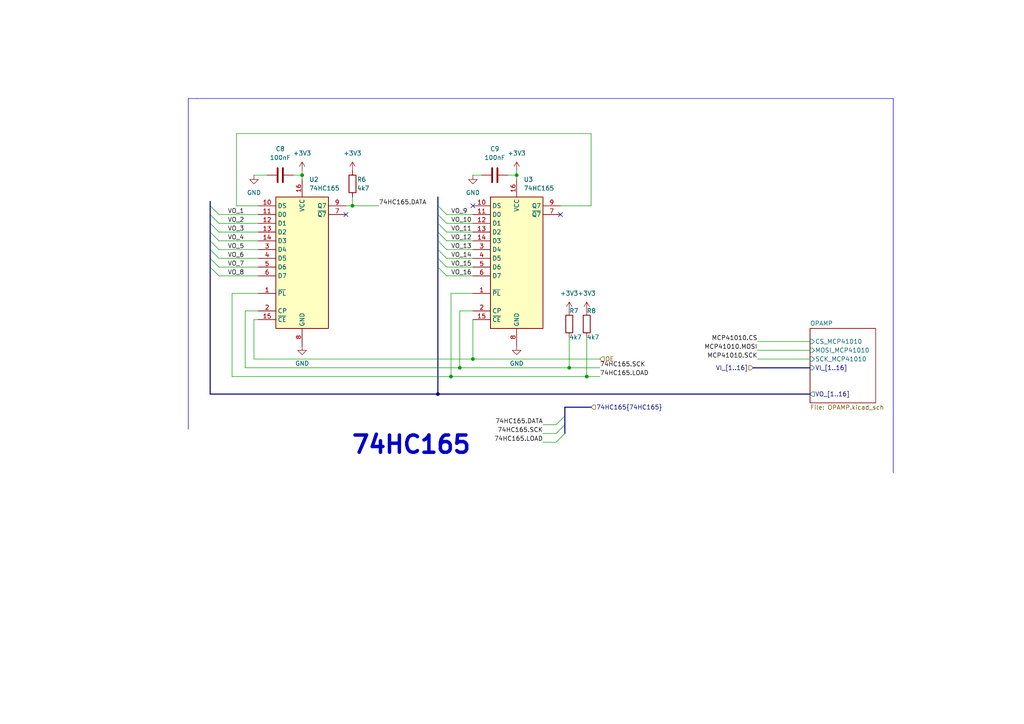
<source format=kicad_sch>
(kicad_sch (version 20231120) (generator "eeschema") (generator_version "8.0")
  (paper "A4")
  (lib_symbols
    (symbol "74xx:74HC165"
      (property "Reference" "U" (at -7.62 19.05 0))
      (property "Value" "74HC165" (at -7.62 -21.59 0))
      (symbol "74HC165_1_0"
        (pin input line (at -12.7 -10.16 0) (length 5.08) (name "~{PL}") (number "1"))
        (pin input line (at -12.7 15.24 0) (length 5.08) (name "DS") (number "10"))
        (pin input line (at -12.7 12.7 0) (length 5.08) (name "D0") (number "11"))
        (pin input line (at -12.7 10.16 0) (length 5.08) (name "D1") (number "12"))
        (pin input line (at -12.7 7.62 0) (length 5.08) (name "D2") (number "13"))
        (pin input line (at -12.7 5.08 0) (length 5.08) (name "D3") (number "14"))
        (pin input line (at -12.7 -17.78 0) (length 5.08) (name "~{CE}") (number "15"))
        (pin power_in line (at 0 22.86 270) (length 5.08) (name "VCC") (number "16"))
        (pin input line (at -12.7 -15.24 0) (length 5.08) (name "CP") (number "2"))
        (pin input line (at -12.7 2.54 0) (length 5.08) (name "D4") (number "3"))
        (pin input line (at -12.7 0 0) (length 5.08) (name "D5") (number "4"))
        (pin input line (at -12.7 -2.54 0) (length 5.08) (name "D6") (number "5"))
        (pin input line (at -12.7 -5.08 0) (length 5.08) (name "D7") (number "6"))
        (pin output line (at 12.7 12.7 180) (length 5.08) (name "~{Q7}") (number "7"))
        (pin power_in line (at 0 -25.4 90) (length 5.08) (name "GND") (number "8"))
        (pin output line (at 12.7 15.24 180) (length 5.08) (name "Q7") (number "9"))
      )
      (symbol "74HC165_1_1"
        (rectangle (start -7.62 17.78) (end 7.62 -20.32) (stroke (width 0.254)) (fill (type background)))
      )
    )
    (symbol "Device:C" (pin_numbers hide) (pin_names (offset 0.254))
      (property "Reference" "C" (at 0.635 2.54 0))
      (property "Value" "C" (at 0.635 -2.54 0))
      (symbol "C_0_1"
        (polyline (pts (xy -2.032 -0.762) (xy 2.032 -0.762)) (stroke (width 0.508)))
        (polyline (pts (xy -2.032 0.762) (xy 2.032 0.762)) (stroke (width 0.508)))
      )
      (symbol "C_1_1"
        (pin passive line (at 0 3.81 270) (length 2.794) (name "~") (number "1"))
        (pin passive line (at 0 -3.81 90) (length 2.794) (name "~") (number "2"))
      )
    )
    (symbol "Device:R" (pin_numbers hide) (pin_names (offset 0))
      (property "Reference" "R" (at 2.032 0 90))
      (property "Value" "R" (at 0 0 90))
      (symbol "R_0_1"
        (rectangle (start -1.016 -2.54) (end 1.016 2.54) (stroke (width 0.254)))
      )
      (symbol "R_1_1"
        (pin passive line (at 0 3.81 270) (length 1.27) (name "~") (number "1"))
        (pin passive line (at 0 -3.81 90) (length 1.27) (name "~") (number "2"))
      )
    )
    (symbol "power:+3V3" (power) (pin_names (offset 0))
      (property "Value" "+3V3" (at 0 3.556 0))
      (symbol "+3V3_0_1"
        (polyline (pts (xy -0.762 1.27) (xy 0 2.54)))
        (polyline (pts (xy 0 0) (xy 0 2.54)))
        (polyline (pts (xy 0 2.54) (xy 0.762 1.27)))
      )
      (symbol "+3V3_1_1"
        (pin power_in line (at 0 0 90) (length 0) hide (name "+3V3") (number "1"))
      )
    )
    (symbol "power:GND" (power) (pin_names (offset 0))
      (property "Value" "GND" (at 0 -3.81 0))
      (symbol "GND_0_1"
        (polyline (pts (xy 0 0) (xy 0 -1.27) (xy 1.27 -1.27) (xy 0 -2.54) (xy -1.27 -1.27) (xy 0 -1.27)))
      )
      (symbol "GND_1_1"
        (pin power_in line (at 0 0 270) (length 0) hide (name "GND") (number "1"))
      )
    )
  )
  (bus_alias "74HC165" (members "DATA" "SCK" "LOAD"))
  (junction (at 130.81 109.22))
  (junction (at 133.35 106.68))
  (junction (at 137.16 104.14))
  (junction (at 127 114.3))
  (junction (at 87.63 50.8))
  (junction (at 102.235 59.69))
  (junction (at 165.1 106.68))
  (junction (at 149.86 50.8))
  (junction (at 170.18 109.22))
  (no_connect (at 100.33 62.23))
  (no_connect (at 137.16 59.69))
  (no_connect (at 162.56 62.23))
  (bus_entry (at 127 69.85) (size 2.54 2.54))
  (bus_entry (at 161.29 125.73) (size 2.54 -2.54))
  (bus_entry (at 127 72.39) (size 2.54 2.54))
  (bus_entry (at 127 67.31) (size 2.54 2.54))
  (bus_entry (at 127 64.77) (size 2.54 2.54))
  (bus_entry (at 127 62.23) (size 2.54 2.54))
  (bus_entry (at 60.96 59.69) (size 2.54 2.54))
  (bus_entry (at 60.96 74.93) (size 2.54 2.54))
  (bus_entry (at 161.29 128.27) (size 2.54 -2.54))
  (bus_entry (at 161.29 123.19) (size 2.54 -2.54))
  (bus_entry (at 60.96 64.77) (size 2.54 2.54))
  (bus_entry (at 60.96 72.39) (size 2.54 2.54))
  (bus_entry (at 127 74.93) (size 2.54 2.54))
  (bus_entry (at 127 77.47) (size 2.54 2.54))
  (bus_entry (at 60.96 67.31) (size 2.54 2.54))
  (bus_entry (at 127 59.69) (size 2.54 2.54))
  (bus_entry (at 60.96 69.85) (size 2.54 2.54))
  (bus_entry (at 60.96 77.47) (size 2.54 2.54))
  (bus_entry (at 60.96 62.23) (size 2.54 2.54))
  (wire (pts (xy 129.54 62.23) (xy 137.16 62.23)))
  (bus (pts (xy 60.96 67.31) (xy 60.96 69.85)))
  (bus (pts (xy 163.83 125.73) (xy 163.83 123.19)))
  (bus (pts (xy 127 77.47) (xy 127 114.3)))
  (wire (pts (xy 171.45 59.69) (xy 171.45 38.735)))
  (wire (pts (xy 68.58 59.69) (xy 74.93 59.69)))
  (wire (pts (xy 165.1 97.79) (xy 165.1 106.68)))
  (wire (pts (xy 129.54 74.93) (xy 137.16 74.93)))
  (wire (pts (xy 161.29 123.19) (xy 157.48 123.19)))
  (bus (pts (xy 60.96 62.23) (xy 60.96 64.77)))
  (wire (pts (xy 102.235 57.15) (xy 102.235 59.69)))
  (bus (pts (xy 127 72.39) (xy 127 74.93)))
  (wire (pts (xy 219.71 104.14) (xy 234.95 104.14)))
  (wire (pts (xy 129.54 67.31) (xy 137.16 67.31)))
  (wire (pts (xy 100.33 59.69) (xy 102.235 59.69)))
  (bus (pts (xy 60.96 72.39) (xy 60.96 74.93)))
  (wire (pts (xy 85.09 50.8) (xy 87.63 50.8)))
  (wire (pts (xy 161.29 125.73) (xy 157.48 125.73)))
  (bus (pts (xy 127 69.85) (xy 127 72.39)))
  (bus (pts (xy 127 59.69) (xy 127 62.23)))
  (wire (pts (xy 63.5 74.93) (xy 74.93 74.93)))
  (bus (pts (xy 163.83 120.65) (xy 163.83 118.11)))
  (wire (pts (xy 63.5 62.23) (xy 74.93 62.23)))
  (wire (pts (xy 137.16 85.09) (xy 130.81 85.09)))
  (polyline (pts (xy 57.15 28.575) (xy 259.08 28.575)))
  (wire (pts (xy 129.54 72.39) (xy 137.16 72.39)))
  (wire (pts (xy 74.93 92.71) (xy 73.66 92.71)))
  (wire (pts (xy 87.63 50.8) (xy 87.63 52.07)))
  (bus (pts (xy 60.96 114.3) (xy 127 114.3)))
  (wire (pts (xy 63.5 80.01) (xy 74.93 80.01)))
  (bus (pts (xy 60.96 64.77) (xy 60.96 67.31)))
  (wire (pts (xy 68.58 38.735) (xy 68.58 59.69)))
  (wire (pts (xy 73.66 104.14) (xy 137.16 104.14)))
  (wire (pts (xy 219.71 99.06) (xy 234.95 99.06)))
  (wire (pts (xy 133.35 90.17) (xy 133.35 106.68)))
  (wire (pts (xy 129.54 69.85) (xy 137.16 69.85)))
  (polyline (pts (xy 54.61 124.46) (xy 54.61 28.575)))
  (wire (pts (xy 170.18 97.79) (xy 170.18 109.22)))
  (wire (pts (xy 149.86 50.8) (xy 149.86 52.07)))
  (polyline (pts (xy 54.61 28.575) (xy 57.15 28.575)))
  (wire (pts (xy 67.31 109.22) (xy 130.81 109.22)))
  (wire (pts (xy 74.93 90.17) (xy 71.12 90.17)))
  (wire (pts (xy 133.35 106.68) (xy 165.1 106.68)))
  (wire (pts (xy 129.54 64.77) (xy 137.16 64.77)))
  (wire (pts (xy 137.16 90.17) (xy 133.35 90.17)))
  (bus (pts (xy 218.44 106.68) (xy 234.95 106.68)))
  (wire (pts (xy 137.16 104.14) (xy 173.99 104.14)))
  (wire (pts (xy 63.5 77.47) (xy 74.93 77.47)))
  (bus (pts (xy 127 74.93) (xy 127 77.47)))
  (bus (pts (xy 127 67.31) (xy 127 69.85)))
  (wire (pts (xy 67.31 85.09) (xy 67.31 109.22)))
  (wire (pts (xy 161.29 128.27) (xy 157.48 128.27)))
  (wire (pts (xy 171.45 38.735) (xy 68.58 38.735)))
  (wire (pts (xy 71.12 106.68) (xy 133.35 106.68)))
  (wire (pts (xy 130.81 109.22) (xy 170.18 109.22)))
  (wire (pts (xy 102.235 59.69) (xy 109.855 59.69)))
  (wire (pts (xy 149.86 49.53) (xy 149.86 50.8)))
  (bus (pts (xy 60.96 77.47) (xy 60.96 114.3)))
  (wire (pts (xy 74.93 85.09) (xy 67.31 85.09)))
  (wire (pts (xy 129.54 80.01) (xy 137.16 80.01)))
  (bus (pts (xy 60.96 69.85) (xy 60.96 72.39)))
  (wire (pts (xy 73.66 92.71) (xy 73.66 104.14)))
  (bus (pts (xy 60.96 58.42) (xy 60.96 59.69)))
  (wire (pts (xy 137.16 92.71) (xy 137.16 104.14)))
  (bus (pts (xy 163.83 123.19) (xy 163.83 120.65)))
  (wire (pts (xy 129.54 77.47) (xy 137.16 77.47)))
  (wire (pts (xy 170.18 109.22) (xy 173.99 109.22)))
  (bus (pts (xy 163.83 118.11) (xy 171.45 118.11)))
  (bus (pts (xy 127 57.15) (xy 127 59.69)))
  (wire (pts (xy 63.5 64.77) (xy 74.93 64.77)))
  (wire (pts (xy 137.16 50.8) (xy 139.7 50.8)))
  (bus (pts (xy 60.96 59.69) (xy 60.96 62.23)))
  (wire (pts (xy 63.5 72.39) (xy 74.93 72.39)))
  (bus (pts (xy 127 64.77) (xy 127 67.31)))
  (wire (pts (xy 73.66 50.8) (xy 77.47 50.8)))
  (wire (pts (xy 63.5 69.85) (xy 74.93 69.85)))
  (wire (pts (xy 219.71 101.6) (xy 234.95 101.6)))
  (bus (pts (xy 60.96 74.93) (xy 60.96 77.47)))
  (bus (pts (xy 127 62.23) (xy 127 64.77)))
  (wire (pts (xy 162.56 59.69) (xy 171.45 59.69)))
  (polyline (pts (xy 259.08 28.575) (xy 259.08 137.16)))
  (wire (pts (xy 147.32 50.8) (xy 149.86 50.8)))
  (wire (pts (xy 71.12 90.17) (xy 71.12 106.68)))
  (bus (pts (xy 127 114.3) (xy 234.95 114.3)))
  (wire (pts (xy 87.63 49.53) (xy 87.63 50.8)))
  (wire (pts (xy 130.81 85.09) (xy 130.81 109.22)))
  (wire (pts (xy 165.1 106.68) (xy 173.99 106.68)))
  (wire (pts (xy 63.5 67.31) (xy 74.93 67.31)))
  (text "74HC165\n" (at 101.6 132.08 0) (effects (font (size 5 5) (thickness 1) (bold yes)) (justify left bottom)))
  (label "VO_1" (at 66.04 62.23 0))
  (label "74HC165.SCK" (at 173.99 106.68 0))
  (label "74HC165.DATA" (at 109.855 59.69 0))
  (label "VO_8" (at 66.04 80.01 0))
  (label "VO_3" (at 66.04 67.31 0))
  (label "VO_9" (at 130.81 62.23 0))
  (label "VO_12" (at 130.81 69.85 0))
  (label "VO_15" (at 130.81 77.47 0))
  (label "VO_16" (at 130.81 80.01 0))
  (label "MCP41010.CS" (at 219.71 99.06 180))
  (label "VO_5" (at 66.04 72.39 0))
  (label "MCP41010.SCK" (at 219.71 104.14 180))
  (label "VO_2" (at 66.04 64.77 0))
  (label "74HC165.SCK" (at 157.48 125.73 180))
  (label "VO_6" (at 66.04 74.93 0))
  (label "VO_13" (at 130.81 72.39 0))
  (label "74HC165.LOAD" (at 157.48 128.27 180))
  (label "MCP41010.MOSI" (at 219.71 101.6 180))
  (label "74HC165.LOAD" (at 173.99 109.22 0))
  (label "VO_11" (at 130.81 67.31 0))
  (label "74HC165.DATA" (at 157.48 123.19 180))
  (label "VO_7" (at 66.04 77.47 0))
  (label "VO_10" (at 130.81 64.77 0))
  (label "VO_14" (at 130.81 74.93 0))
  (label "VO_4" (at 66.04 69.85 0))
  (hierarchical_label "OE" (shape input) (at 173.99 104.14 0))
  (hierarchical_label "VI_[1..16]" (shape input) (at 218.44 106.68 180))
  (hierarchical_label "74HC165{74HC165}" (shape input) (at 171.45 118.11 0))
  (symbol (lib_id "Device:R") (at 170.18 93.98 0) (unit 1)
    (property "Reference" "R8" (at 170.18 90.17 0) (effects (justify left)))
    (property "Value" "4k7" (at 170.18 97.79 0) (effects (justify left)))
    (property "Footprint" "IVS_FOOTPRINTS:R0603" (effects (hide yes)))
  )
  (symbol (lib_id "power:GND") (at 149.86 100.33 0) (unit 1)
    (property "Reference" "#PWR014" (effects (hide yes)))
    (property "Value" "GND" (at 149.86 105.41 0))
  )
  (symbol (lib_id "power:+3V3") (at 170.18 90.17 0) (unit 1)
    (property "Reference" "#PWR015" (effects (hide yes)))
    (property "Value" "+3V3" (at 170.18 85.09 0))
  )
  (symbol (lib_id "74xx:74HC165") (at 87.63 74.93 0) (unit 1)
    (property "Reference" "U2" (at 89.6494 52.07 0) (effects (justify left)))
    (property "Value" "74HC165" (at 89.6494 54.61 0) (effects (justify left)))
    (property "Footprint" "IVS_FOOTPRINTS:SOIC-16W_5.3x10.2mm_P1.27mm" (effects (hide yes)))
    (property "Datasheet" "https://assets.nexperia.com/documents/data-sheet/74HC_HCT165.pdf" (effects (hide yes)))
  )
  (symbol (lib_id "Device:R") (at 102.235 53.34 0) (unit 1)
    (property "Reference" "R6" (at 103.505 52.07 0) (effects (justify left)))
    (property "Value" "4k7" (at 103.505 54.61 0) (effects (justify left)))
    (property "Footprint" "IVS_FOOTPRINTS:R0603" (effects (hide yes)))
  )
  (symbol (lib_id "74xx:74HC165") (at 149.86 74.93 0) (unit 1)
    (property "Reference" "U3" (at 151.8794 52.07 0) (effects (justify left)))
    (property "Value" "74HC165" (at 151.8794 54.61 0) (effects (justify left)))
    (property "Footprint" "IVS_FOOTPRINTS:SOIC-16W_5.3x10.2mm_P1.27mm" (effects (hide yes)))
    (property "Datasheet" "https://assets.nexperia.com/documents/data-sheet/74HC_HCT165.pdf" (effects (hide yes)))
  )
  (symbol (lib_id "Device:C") (at 81.28 50.8 90) (unit 1)
    (property "Reference" "C8" (at 81.28 43.18 90))
    (property "Value" "100nF" (at 81.28 45.72 90))
    (property "Footprint" "IVS_FOOTPRINTS:C0603" (effects (hide yes)))
  )
  (symbol (lib_id "power:GND") (at 87.63 100.33 0) (unit 1)
    (property "Reference" "#PWR011" (effects (hide yes)))
    (property "Value" "GND" (at 87.63 105.41 0))
  )
  (symbol (lib_id "Device:R") (at 165.1 93.98 0) (unit 1)
    (property "Reference" "R7" (at 165.1 90.17 0) (effects (justify left)))
    (property "Value" "4k7" (at 165.1 97.79 0) (effects (justify left)))
    (property "Footprint" "IVS_FOOTPRINTS:R0603" (effects (hide yes)))
  )
  (symbol (lib_id "power:+3V3") (at 149.86 49.53 0) (unit 1)
    (property "Reference" "#PWR010" (effects (hide yes)))
    (property "Value" "+3V3" (at 149.86 44.45 0))
  )
  (symbol (lib_id "Device:C") (at 143.51 50.8 90) (unit 1)
    (property "Reference" "C9" (at 143.51 43.18 90))
    (property "Value" "100nF" (at 143.51 45.72 90))
    (property "Footprint" "IVS_FOOTPRINTS:C0603" (effects (hide yes)))
  )
  (symbol (lib_id "power:GND") (at 73.66 50.8 0) (unit 1)
    (property "Reference" "#PWR09" (effects (hide yes)))
    (property "Value" "GND" (at 73.66 55.88 0))
  )
  (symbol (lib_id "power:+3V3") (at 165.1 90.17 0) (unit 1)
    (property "Reference" "#PWR016" (effects (hide yes)))
    (property "Value" "+3V3" (at 165.1 85.09 0))
  )
  (symbol (lib_id "power:+3V3") (at 87.63 49.53 0) (unit 1)
    (property "Reference" "#PWR030" (effects (hide yes)))
    (property "Value" "+3V3" (at 87.63 44.45 0))
  )
  (symbol (lib_id "power:GND") (at 137.16 50.8 0) (unit 1)
    (property "Reference" "#PWR012" (effects (hide yes)))
    (property "Value" "GND" (at 137.16 55.88 0))
  )
  (symbol (lib_id "power:+3V3") (at 102.235 49.53 0) (unit 1)
    (property "Reference" "#PWR013" (effects (hide yes)))
    (property "Value" "+3V3" (at 102.235 44.45 0))
  )
  (sheet (at 234.95 95.25) (size 19.05 21.59) (stroke (width 0.1524))
    (property "Sheetname" "OPAMP" (at 234.95 94.5384 0) (effects (justify left bottom)))
    (property "Sheetfile" "OPAMP.kicad_sch" (at 234.95 117.4246 0) (effects (justify left top)))
    (pin "CS_MCP41010" input (at 234.95 99.06 180))
    (pin "SCK_MCP41010" input (at 234.95 104.14 180))
    (pin "VO_[1..16]" output (at 234.95 114.3 180))
    (pin "VI_[1..16]" input (at 234.95 106.68 180))
    (pin "MOSI_MCP41010" input (at 234.95 101.6 180))
  )
)
</source>
